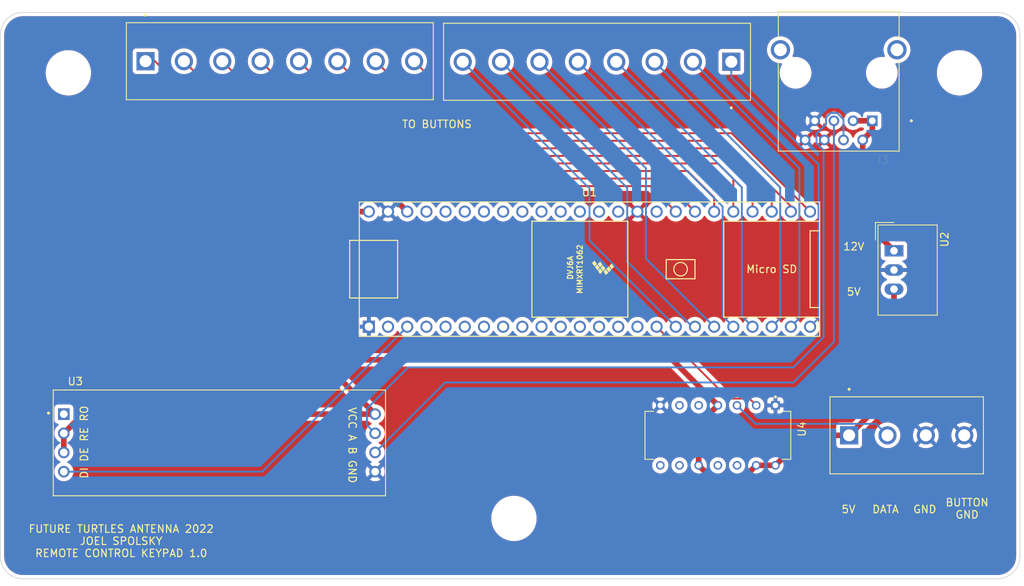
<source format=kicad_pcb>
(kicad_pcb (version 20211014) (generator pcbnew)
  (layers (0 "F.Cu" signal) (31 "B.Cu" signal) (34 "B.Paste" user) (35 "F.Paste" user) (36 "B.SilkS" user "B.Silkscreen") (37 "F.SilkS" user "F.Silkscreen") (38 "B.Mask" user) (39 "F.Mask" user) (44 "Edge.Cuts" user))
  (net 0 "")
  (net 1 "Net-(J1-Pad1)")
  (net 2 "Net-(J1-Pad2)")
  (net 3 "Net-(J1-Pad3)")
  (net 4 "Net-(J1-Pad4)")
  (net 5 "Net-(J1-Pad5)")
  (net 6 "Net-(J1-Pad6)")
  (net 7 "Net-(J1-Pad7)")
  (net 8 "Net-(J1-Pad8)")
  (net 9 "Net-(J2-Pad1)")
  (net 10 "Net-(J2-Pad2)")
  (net 11 "Net-(J2-Pad3)")
  (net 12 "Net-(J2-Pad4)")
  (net 13 "Net-(J2-Pad5)")
  (net 14 "Net-(J2-Pad6)")
  (net 15 "Net-(J2-Pad7)")
  (net 16 "Net-(J2-Pad8)")
  (net 17 "GND")
  (net 18 "+12V")
  (net 19 "Net-(J3-Pad5)")
  (net 20 "Net-(J3-Pad4)")
  (net 21 "+5V")
  (net 22 "/NEO5V")
  (net 23 "/NEO33")
  (net 37 "/TX")
  (net 50 "+3V3")
  (footprint "Joels KiCad Footprint Library:SN74AHCT125N" (layer "F.Cu") (at 135 86 -90)
    (fp_text reference "U4" (at -0.825 -11.135 90) (layer "F.SilkS"))
    (fp_text value "SN74AHCT125")
    (fp_line (start 3.175 9.6525) (end -3.175 9.6525) (layer "F.SilkS") (width 0.127))
    (fp_line (start 3.175 -9.6525) (end 3.175 -8.51) (layer "F.SilkS") (width 0.127))
    (fp_line (start -3.175 -9.6525) (end 3.175 -9.6525) (layer "F.SilkS") (width 0.127))
    (fp_line (start 3.175 8.51) (end 3.175 9.6525) (layer "F.SilkS") (width 0.127))
    (fp_line (start -3.175 -8.51) (end -3.175 -9.6525) (layer "F.SilkS") (width 0.127))
    (fp_line (start -3.175 9.6525) (end -3.175 8.51) (layer "F.SilkS") (width 0.127))
    (fp_circle (center -5.1 -7.62) (end -5 -7.62) (layer "F.SilkS") (width 0.2) (fill none))
    (pad "1" thru_hole rect (at -3.97 -7.62 270) (size 1.14 1.14) (drill 0.74) (layers *.Cu *.Mask) (net 17 "GND"))
    (pad "2" thru_hole circle (at -3.97 -5.08 270) (size 1.14 1.14) (drill 0.74) (layers *.Cu *.Mask) (net 23 "/NEO33"))
    (pad "3" thru_hole circle (at -3.97 -2.54 270) (size 1.14 1.14) (drill 0.74) (layers *.Cu *.Mask) (net 22 "/NEO5V"))
    (pad "4" thru_hole circle (at -3.97 0 270) (size 1.14 1.14) (drill 0.74) (layers *.Cu *.Mask) (net 21 "+5V"))
    (pad "5" thru_hole circle (at -3.97 2.54 270) (size 1.14 1.14) (drill 0.74) (layers *.Cu *.Mask))
    (pad "6" thru_hole circle (at -3.97 5.08 270) (size 1.14 1.14) (drill 0.74) (layers *.Cu *.Mask))
    (pad "7" thru_hole circle (at -3.97 7.62 270) (size 1.14 1.14) (drill 0.74) (layers *.Cu *.Mask) (net 17 "GND"))
    (pad "8" thru_hole circle (at 3.97 7.62 270) (size 1.14 1.14) (drill 0.74) (layers *.Cu *.Mask))
    (pad "9" thru_hole circle (at 3.97 5.08 270) (size 1.14 1.14) (drill 0.74) (layers *.Cu *.Mask))
    (pad "10" thru_hole circle (at 3.97 2.54 270) (size 1.14 1.14) (drill 0.74) (layers *.Cu *.Mask) (net 21 "+5V"))
    (pad "11" thru_hole circle (at 3.97 0 270) (size 1.14 1.14) (drill 0.74) (layers *.Cu *.Mask))
    (pad "12" thru_hole circle (at 3.97 -2.54 270) (size 1.14 1.14) (drill 0.74) (layers *.Cu *.Mask))
    (pad "13" thru_hole circle (at 3.97 -5.08 270) (size 1.14 1.14) (drill 0.74) (layers *.Cu *.Mask) (net 21 "+5V"))
    (pad "14" thru_hole circle (at 3.97 -7.62 270) (size 1.14 1.14) (drill 0.74) (layers *.Cu *.Mask) (net 21 "+5V"))
  )
  (footprint "Converter_DCDC:Converter_DCDC_TRACO_TSR-1_THT" (layer "F.Cu") (at 158.3175 61.5675 -90)
    (fp_text reference "U2" (at -1.5 -6.71 90) (layer "F.SilkS"))
    (fp_text value "TSR_1-2450")
    (fp_line (start -3.75 0) (end -3.75 2.45) (layer "F.SilkS") (width 0.12))
    (fp_line (start -3.42 2.12) (end -3.42 -5.73) (layer "F.SilkS") (width 0.12))
    (fp_line (start -3.42 -5.73) (end 8.52 -5.73) (layer "F.SilkS") (width 0.12))
    (fp_line (start -3.75 2.45) (end -1.42 2.45) (layer "F.SilkS") (width 0.12))
    (fp_line (start 8.52 2.12) (end -3.42 2.12) (layer "F.SilkS") (width 0.12))
    (fp_line (start 8.52 -5.73) (end 8.52 2.12) (layer "F.SilkS") (width 0.12))
    (pad "1" thru_hole rect (at 0 0 270) (size 1.5 2.5) (drill 1) (layers *.Cu *.Mask) (net 18 "+12V"))
    (pad "2" thru_hole oval (at 2.54 0 270) (size 1.5 2.5) (drill 1) (layers *.Cu *.Mask) (net 17 "GND"))
    (pad "3" thru_hole oval (at 5.08 0 270) (size 1.5 2.5) (drill 1) (layers *.Cu *.Mask) (net 21 "+5V"))
  )
  (footprint "MountingHole:MountingHole_5mm" (layer "F.Cu") (at 108 97)
    (fp_text reference "H2" hide)
    (fp_text value "MountingHole")
    (pad "" np_thru_hole circle (at 0 0) (size 5 5) (drill 5) (layers *.Cu *.Mask))
  )
  (footprint "MountingHole:MountingHole_5mm" (layer "F.Cu") (at 167 38)
    (fp_text reference "H3" hide)
    (fp_text value "MountingHole")
    (pad "" np_thru_hole circle (at 0 0) (size 5 5) (drill 5) (layers *.Cu *.Mask))
  )
  (footprint "Joels KiCad Footprint Library:CUI_term_block_8_TB004-508-08BE" (layer "F.Cu") (at 59.22 36.4625)
    (fp_text reference "J2" hide)
    (fp_text value "Conn")
    (fp_line (start 38.1 5.1) (end -2.54 5.1) (layer "F.SilkS") (width 0.127))
    (fp_line (start 38.1 -5.1) (end 38.1 5.1) (layer "F.SilkS") (width 0.127))
    (fp_line (start -2.54 -5.1) (end 38.1 -5.1) (layer "F.SilkS") (width 0.127))
    (fp_line (start -2.54 5.1) (end -2.54 -5.1) (layer "F.SilkS") (width 0.127))
    (fp_circle (center 0 -6.1) (end 0.1 -6.1) (layer "F.SilkS") (width 0.2) (fill none))
    (pad "1" thru_hole rect (at 0 0) (size 2.4 2.4) (drill 1.6) (layers *.Cu *.Mask) (net 9 "Net-(J2-Pad1)"))
    (pad "2" thru_hole circle (at 5.08 0) (size 2.4 2.4) (drill 1.6) (layers *.Cu *.Mask) (net 10 "Net-(J2-Pad2)"))
    (pad "3" thru_hole circle (at 10.16 0) (size 2.4 2.4) (drill 1.6) (layers *.Cu *.Mask) (net 11 "Net-(J2-Pad3)"))
    (pad "4" thru_hole circle (at 15.24 0) (size 2.4 2.4) (drill 1.6) (layers *.Cu *.Mask) (net 12 "Net-(J2-Pad4)"))
    (pad "5" thru_hole circle (at 20.32 0) (size 2.4 2.4) (drill 1.6) (layers *.Cu *.Mask) (net 13 "Net-(J2-Pad5)"))
    (pad "6" thru_hole circle (at 25.4 0) (size 2.4 2.4) (drill 1.6) (layers *.Cu *.Mask) (net 14 "Net-(J2-Pad6)"))
    (pad "7" thru_hole circle (at 30.48 0) (size 2.4 2.4) (drill 1.6) (layers *.Cu *.Mask) (net 15 "Net-(J2-Pad7)"))
    (pad "8" thru_hole circle (at 35.56 0) (size 2.4 2.4) (drill 1.6) (layers *.Cu *.Mask) (net 16 "Net-(J2-Pad8)"))
  )
  (footprint "Joels KiCad Footprint Library:Teensy41_Minimal" (layer "F.Cu") (at 118 64)
    (fp_text reference "U1" (at 0 -10.16) (layer "F.SilkS"))
    (fp_text value "Teensy4.1_Minimal")
    (fp_text user "Micro SD" (at 24.13 0) (layer "F.SilkS"))
    (fp_text user "DVJ6A" (at -2.54 -0.18 -90) (layer "F.SilkS") (effects (font (size 0.7 0.7))))
    (fp_text user "MIMXRT1062" (at -1.27 0 -90) (layer "F.SilkS") (effects (font (size 0.7 0.7))))
    (fp_line (start -7.62 -6.35) (end -7.62 6.35) (layer "F.SilkS") (width 0.15))
    (fp_line (start 30.48 -6.35) (end 17.78 -6.35) (layer "F.SilkS") (width 0.15))
    (fp_line (start -30.48 8.89) (end -30.48 -8.89) (layer "F.SilkS") (width 0.15))
    (fp_line (start 13.97 -1.27) (end 13.97 1.27) (layer "F.SilkS") (width 0.15))
    (fp_line (start -30.48 -8.89) (end 30.48 -8.89) (layer "F.SilkS") (width 0.15))
    (fp_line (start -30.48 3.81) (end -31.75 3.81) (layer "F.SilkS") (width 0.15))
    (fp_line (start -25.4 3.81) (end -30.48 3.81) (layer "F.SilkS") (width 0.15))
    (fp_line (start 29.21 5.08) (end 30.48 5.08) (layer "F.SilkS") (width 0.15))
    (fp_line (start -7.62 6.35) (end 5.08 6.35) (layer "F.SilkS") (width 0.15))
    (fp_line (start 30.48 -8.89) (end 30.48 8.89) (layer "F.SilkS") (width 0.15))
    (fp_line (start 13.97 1.27) (end 10.16 1.27) (layer "F.SilkS") (width 0.15))
    (fp_line (start 30.48 8.89) (end -30.48 8.89) (layer "F.SilkS") (width 0.15))
    (fp_line (start -31.75 -3.81) (end -30.48 -3.81) (layer "F.SilkS") (width 0.15))
    (fp_line (start 30.48 -5.08) (end 29.21 -5.08) (layer "F.SilkS") (width 0.15))
    (fp_line (start 5.08 -6.35) (end -7.62 -6.35) (layer "F.SilkS") (width 0.15))
    (fp_line (start -25.4 -3.81) (end -30.48 -3.81) (layer "F.SilkS") (width 0.15))
    (fp_line (start -25.4 3.81) (end -25.4 -3.81) (layer "F.SilkS") (width 0.15))
    (fp_line (start 29.21 -5.08) (end 29.21 5.08) (layer "F.SilkS") (width 0.15))
    (fp_line (start 10.16 1.27) (end 10.16 -1.27) (layer "F.SilkS") (width 0.15))
    (fp_line (start 10.16 -1.27) (end 13.97 -1.27) (layer "F.SilkS") (width 0.15))
    (fp_line (start 17.78 6.35) (end 30.48 6.35) (layer "F.SilkS") (width 0.15))
    (fp_line (start -31.75 3.81) (end -31.75 -3.81) (layer "F.SilkS") (width 0.15))
    (fp_line (start 5.08 6.35) (end 5.08 -6.35) (layer "F.SilkS") (width 0.15))
    (fp_line (start 17.78 -6.35) (end 17.78 6.35) (layer "F.SilkS") (width 0.15))
    (fp_circle (center 12.065 0) (end 12.7 -0.635) (layer "F.SilkS") (width 0.15) (fill none))
    (fp_poly (pts (xy 2.435 0.455) (xy 2.181 0.709) (xy 1.927 0.328) (xy 2.181 0.074)) (layer "F.SilkS") (width 0.1) (fill solid))
    (fp_poly (pts (xy 1.673 -0.561) (xy 1.419 -0.307) (xy 1.165 -0.688) (xy 1.419 -0.942)) (layer "F.SilkS") (width 0.1) (fill solid))
    (fp_poly (pts (xy 0.911 -0.688) (xy 0.657 -0.434) (xy 0.403 -0.815) (xy 0.657 -1.069)) (layer "F.SilkS") (width 0.1) (fill solid))
    (fp_poly (pts (xy 1.673 0.328) (xy 1.419 0.582) (xy 1.165 0.201) (xy 1.419 -0.053)) (layer "F.SilkS") (width 0.1) (fill solid))
    (fp_poly (pts (xy 2.054 -0.053) (xy 1.8 0.201) (xy 1.546 -0.18) (xy 1.8 -0.434)) (layer "F.SilkS") (width 0.1) (fill solid))
    (fp_poly (pts (xy 2.816 0.074) (xy 2.562 0.328) (xy 2.308 -0.053) (xy 2.562 -0.307)) (layer "F.SilkS") (width 0.1) (fill solid))
    (fp_poly (pts (xy 1.292 -0.18) (xy 1.038 0.074) (xy 0.784 -0.307) (xy 1.038 -0.561)) (layer "F.SilkS") (width 0.1) (fill solid))
    (fp_poly (pts (xy 3.197 -0.307) (xy 2.943 -0.053) (xy 2.689 -0.434) (xy 2.943 -0.688)) (layer "F.SilkS") (width 0.1) (fill solid))
    (pad "1" thru_hole rect locked (at -29.21 7.62) (size 1.6 1.6) (drill 1.1) (layers *.Cu *.Mask) (net 17 "GND"))
    (pad "2" thru_hole circle locked (at -26.67 7.62) (size 1.6 1.6) (drill 1.1) (layers *.Cu *.Mask))
    (pad "3" thru_hole circle locked (at -24.13 7.62) (size 1.6 1.6) (drill 1.1) (layers *.Cu *.Mask) (net 37 "/TX"))
    (pad "4" thru_hole circle locked (at -21.59 7.62) (size 1.6 1.6) (drill 1.1) (layers *.Cu *.Mask))
    (pad "5" thru_hole circle locked (at -19.05 7.62) (size 1.6 1.6) (drill 1.1) (layers *.Cu *.Mask))
    (pad "6" thru_hole circle locked (at -16.51 7.62) (size 1.6 1.6) (drill 1.1) (layers *.Cu *.Mask))
    (pad "7" thru_hole circle locked (at -13.97 7.62) (size 1.6 1.6) (drill 1.1) (layers *.Cu *.Mask))
    (pad "8" thru_hole circle locked (at -11.43 7.62) (size 1.6 1.6) (drill 1.1) (layers *.Cu *.Mask))
    (pad "9" thru_hole circle locked (at -8.89 7.62) (size 1.6 1.6) (drill 1.1) (layers *.Cu *.Mask))
    (pad "10" thru_hole circle locked (at -6.35 7.62) (size 1.6 1.6) (drill 1.1) (layers *.Cu *.Mask))
    (pad "11" thru_hole circle locked (at -3.81 7.62) (size 1.6 1.6) (drill 1.1) (layers *.Cu *.Mask))
    (pad "12" thru_hole circle locked (at -1.27 7.62) (size 1.6 1.6) (drill 1.1) (layers *.Cu *.Mask))
    (pad "13" thru_hole circle locked (at 1.27 7.62) (size 1.6 1.6) (drill 1.1) (layers *.Cu *.Mask))
    (pad "14" thru_hole circle locked (at 3.81 7.62) (size 1.6 1.6) (drill 1.1) (layers *.Cu *.Mask))
    (pad "15" thru_hole circle locked (at 6.35 7.62) (size 1.6 1.6) (drill 1.1) (layers *.Cu *.Mask))
    (pad "16" thru_hole circle locked (at 8.89 7.62) (size 1.6 1.6) (drill 1.1) (layers *.Cu *.Mask) (net 23 "/NEO33"))
    (pad "17" thru_hole circle locked (at 11.43 7.62) (size 1.6 1.6) (drill 1.1) (layers *.Cu *.Mask) (net 8 "Net-(J1-Pad8)"))
    (pad "18" thru_hole circle locked (at 13.97 7.62) (size 1.6 1.6) (drill 1.1) (layers *.Cu *.Mask) (net 7 "Net-(J1-Pad7)"))
    (pad "19" thru_hole circle locked (at 16.51 7.62) (size 1.6 1.6) (drill 1.1) (layers *.Cu *.Mask) (net 6 "Net-(J1-Pad6)"))
    (pad "20" thru_hole circle locked (at 19.05 7.62) (size 1.6 1.6) (drill 1.1) (layers *.Cu *.Mask) (net 5 "Net-(J1-Pad5)"))
    (pad "21" thru_hole circle locked (at 21.59 7.62) (size 1.6 1.6) (drill 1.1) (layers *.Cu *.Mask) (net 4 "Net-(J1-Pad4)"))
    (pad "22" thru_hole circle locked (at 24.13 7.62) (size 1.6 1.6) (drill 1.1) (layers *.Cu *.Mask) (net 3 "Net-(J1-Pad3)"))
    (pad "23" thru_hole circle locked (at 26.67 7.62) (size 1.6 1.6) (drill 1.1) (layers *.Cu *.Mask) (net 2 "Net-(J1-Pad2)"))
    (pad "24" thru_hole circle locked (at 29.21 7.62) (size 1.6 1.6) (drill 1.1) (layers *.Cu *.Mask) (net 1 "Net-(J1-Pad1)"))
    (pad "25" thru_hole circle locked (at 29.21 -7.62) (size 1.6 1.6) (drill 1.1) (layers *.Cu *.Mask) (net 16 "Net-(J2-Pad8)"))
    (pad "26" thru_hole circle locked (at 26.67 -7.62) (size 1.6 1.6) (drill 1.1) (layers *.Cu *.Mask) (net 15 "Net-(J2-Pad7)"))
    (pad "27" thru_hole circle locked (at 24.13 -7.62) (size 1.6 1.6) (drill 1.1) (layers *.Cu *.Mask) (net 14 "Net-(J2-Pad6)"))
    (pad "28" thru_hole circle locked (at 21.59 -7.62) (size 1.6 1.6) (drill 1.1) (layers *.Cu *.Mask) (net 13 "Net-(J2-Pad5)"))
    (pad "29" thru_hole circle locked (at 19.05 -7.62) (size 1.6 1.6) (drill 1.1) (layers *.Cu *.Mask) (net 12 "Net-(J2-Pad4)"))
    (pad "30" thru_hole circle locked (at 16.51 -7.62) (size 1.6 1.6) (drill 1.1) (layers *.Cu *.Mask) (net 11 "Net-(J2-Pad3)"))
    (pad "31" thru_hole circle locked (at 13.97 -7.62) (size 1.6 1.6) (drill 1.1) (layers *.Cu *.Mask) (net 10 "Net-(J2-Pad2)"))
    (pad "32" thru_hole circle locked (at 11.43 -7.62) (size 1.6 1.6) (drill 1.1) (layers *.Cu *.Mask) (net 9 "Net-(J2-Pad1)"))
    (pad "33" thru_hole circle locked (at 8.89 -7.62) (size 1.6 1.6) (drill 1.1) (layers *.Cu *.Mask))
    (pad "34" thru_hole circle locked (at 6.35 -7.62) (size 1.6 1.6) (drill 1.1) (layers *.Cu *.Mask) (net 17 "GND"))
    (pad "35" thru_hole circle locked (at 3.81 -7.62) (size 1.6 1.6) (drill 1.1) (layers *.Cu *.Mask))
    (pad "36" thru_hole circle locked (at 1.27 -7.62) (size 1.6 1.6) (drill 1.1) (layers *.Cu *.Mask))
    (pad "37" thru_hole circle locked (at -1.27 -7.62) (size 1.6 1.6) (drill 1.1) (layers *.Cu *.Mask))
    (pad "38" thru_hole circle locked (at -3.81 -7.62) (size 1.6 1.6) (drill 1.1) (layers *.Cu *.Mask))
    (pad "39" thru_hole circle locked (at -6.35 -7.62) (size 1.6 1.6) (drill 1.1) (layers *.Cu *.Mask))
    (pad "40" thru_hole circle locked (at -8.89 -7.62) (size 1.6 1.6) (drill 1.1) (layers *.Cu *.Mask))
    (pad "41" thru_hole circle locked (at -11.43 -7.62) (size 1.6 1.6) (drill 1.1) (layers *.Cu *.Mask))
    (pad "42" thru_hole circle locked (at -13.97 -7.62) (size 1.6 1.6) (drill 1.1) (layers *.Cu *.Mask))
    (pad "43" thru_hole circle locked (at -16.51 -7.62) (size 1.6 1.6) (drill 1.1) (layers *.Cu *.Mask))
    (pad "44" thru_hole circle locked (at -19.05 -7.62) (size 1.6 1.6) (drill 1.1) (layers *.Cu *.Mask))
    (pad "45" thru_hole circle locked (at -21.59 -7.62) (size 1.6 1.6) (drill 1.1) (layers *.Cu *.Mask))
    (pad "46" thru_hole circle locked (at -24.13 -7.62) (size 1.6 1.6) (drill 1.1) (layers *.Cu *.Mask) (net 50 "+3V3"))
    (pad "47" thru_hole circle locked (at -26.67 -7.62) (size 1.6 1.6) (drill 1.1) (layers *.Cu *.Mask) (net 17 "GND"))
    (pad "48" thru_hole circle locked (at -29.21 -7.62) (size 1.6 1.6) (drill 1.1) (layers *.Cu *.Mask) (net 21 "+5V"))
  )
  (footprint "Joels KiCad Footprint Library:RJ45-ASSMANN_A-2004-1-4-LP-N-R" (layer "F.Cu") (at 151 38 180)
    (fp_text reference "J3" (at -5.78656 -11.5496) (layer "F.SilkS") (effects (font (thickness 0.015))))
    (fp_text value "RJ45")
    (fp_line (start 8 4.62) (end 8 8.13) (layer "F.SilkS") (width 0.127))
    (fp_line (start -8 -10.37) (end 8 -10.37) (layer "F.SilkS") (width 0.127))
    (fp_line (start 8 -10.37) (end 8 1.48) (layer "F.SilkS") (width 0.127))
    (fp_line (start -8 1.48) (end -8 -10.37) (layer "F.SilkS") (width 0.127))
    (fp_line (start -8 8.13) (end -8 4.62) (layer "F.SilkS") (width 0.127))
    (fp_line (start 8 8.13) (end -8 8.13) (layer "F.SilkS") (width 0.127))
    (fp_circle (center -9.62 -6.35) (end -9.52 -6.35) (layer "F.SilkS") (width 0.2) (fill none))
    (pad "" np_thru_hole circle locked (at 5.715 0 180) (size 3.2 3.2) (drill 3.2) (layers *.Cu *.Mask))
    (pad "" np_thru_hole circle locked (at -5.715 0 180) (size 3.2 3.2) (drill 3.2) (layers *.Cu *.Mask))
    (pad "1" thru_hole rect locked (at -4.445 -6.35 180) (size 1.408 1.408) (drill 0.9) (layers *.Cu *.Mask) (net 18 "+12V"))
    (pad "2" thru_hole circle locked (at -3.175 -8.89 180) (size 1.408 1.408) (drill 0.9) (layers *.Cu *.Mask) (net 18 "+12V"))
    (pad "3" thru_hole circle locked (at -1.905 -6.35 180) (size 1.408 1.408) (drill 0.9) (layers *.Cu *.Mask) (net 18 "+12V"))
    (pad "4" thru_hole circle locked (at -0.635 -8.89 180) (size 1.408 1.408) (drill 0.9) (layers *.Cu *.Mask) (net 20 "Net-(J3-Pad4)"))
    (pad "5" thru_hole circle locked (at 0.635 -6.35 180) (size 1.408 1.408) (drill 0.9) (layers *.Cu *.Mask) (net 19 "Net-(J3-Pad5)"))
    (pad "6" thru_hole circle locked (at 1.905 -8.89 180) (size 1.408 1.408) (drill 0.9) (layers *.Cu *.Mask) (net 17 "GND"))
    (pad "7" thru_hole circle locked (at 3.175 -6.35 180) (size 1.408 1.408) (drill 0.9) (layers *.Cu *.Mask) (net 17 "GND"))
    (pad "8" thru_hole circle locked (at 4.445 -8.89 180) (size 1.408 1.408) (drill 0.9) (layers *.Cu *.Mask) (net 17 "GND"))
    (pad "S1" thru_hole circle locked (at -7.715 3.05 180) (size 2.55 2.55) (drill 1.7) (layers *.Cu *.Mask))
    (pad "S2" thru_hole circle locked (at 7.715 3.05 180) (size 2.55 2.55) (drill 1.7) (layers *.Cu *.Mask))
  )
  (footprint "Joels KiCad Footprint Library:CUI_term_block_8_TB004-508-08BE" (layer "F.Cu") (at 136.78 36.5375 180)
    (fp_text reference "J1" hide)
    (fp_text value "Conn")
    (fp_line (start -2.54 5.1) (end -2.54 -5.1) (layer "F.SilkS") (width 0.127))
    (fp_line (start 38.1 5.1) (end -2.54 5.1) (layer "F.SilkS") (width 0.127))
    (fp_line (start -2.54 -5.1) (end 38.1 -5.1) (layer "F.SilkS") (width 0.127))
    (fp_line (start 38.1 -5.1) (end 38.1 5.1) (layer "F.SilkS") (width 0.127))
    (fp_circle (center 0 -6.1) (end 0.1 -6.1) (layer "F.SilkS") (width 0.2) (fill none))
    (pad "1" thru_hole rect (at 0 0 180) (size 2.4 2.4) (drill 1.6) (layers *.Cu *.Mask) (net 1 "Net-(J1-Pad1)"))
    (pad "2" thru_hole circle (at 5.08 0 180) (size 2.4 2.4) (drill 1.6) (layers *.Cu *.Mask) (net 2 "Net-(J1-Pad2)"))
    (pad "3" thru_hole circle (at 10.16 0 180) (size 2.4 2.4) (drill 1.6) (layers *.Cu *.Mask) (net 3 "Net-(J1-Pad3)"))
    (pad "4" thru_hole circle (at 15.24 0 180) (size 2.4 2.4) (drill 1.6) (layers *.Cu *.Mask) (net 4 "Net-(J1-Pad4)"))
    (pad "5" thru_hole circle (at 20.32 0 180) (size 2.4 2.4) (drill 1.6) (layers *.Cu *.Mask) (net 5 "Net-(J1-Pad5)"))
    (pad "6" thru_hole circle (at 25.4 0 180) (size 2.4 2.4) (drill 1.6) (layers *.Cu *.Mask) (net 6 "Net-(J1-Pad6)"))
    (pad "7" thru_hole circle (at 30.48 0 180) (size 2.4 2.4) (drill 1.6) (layers *.Cu *.Mask) (net 7 "Net-(J1-Pad7)"))
    (pad "8" thru_hole circle (at 35.56 0 180) (size 2.4 2.4) (drill 1.6) (layers *.Cu *.Mask) (net 8 "Net-(J1-Pad8)"))
  )
  (footprint "Joels KiCad Footprint Library:CUI_term_block_4_CUI_TB004-508-04BE" (layer "F.Cu") (at 152.38 86)
    (fp_text reference "J4" hide)
    (fp_text value "Conn_01x04_Female")
    (fp_line (start 17.78 -5.1) (end 17.78 5.1) (layer "F.SilkS") (width 0.127))
    (fp_line (start -2.54 -5.1) (end 17.78 -5.1) (layer "F.SilkS") (width 0.127))
    (fp_line (start 17.78 5.1) (end -2.54 5.1) (layer "F.SilkS") (width 0.127))
    (fp_line (start -2.54 5.1) (end -2.54 -5.1) (layer "F.SilkS") (width 0.127))
    (fp_circle (center 0 -6.1) (end 0.1 -6.1) (layer "F.SilkS") (width 0.2) (fill none))
    (pad "1" thru_hole rect (at 0 0) (size 2.4 2.4) (drill 1.6) (layers *.Cu *.Mask) (net 21 "+5V"))
    (pad "2" thru_hole circle (at 5.08 0) (size 2.4 2.4) (drill 1.6) (layers *.Cu *.Mask) (net 22 "/NEO5V"))
    (pad "3" thru_hole circle (at 10.16 0) (size 2.4 2.4) (drill 1.6) (layers *.Cu *.Mask) (net 17 "GND"))
    (pad "4" thru_hole circle (at 15.24 0) (size 2.4 2.4) (drill 1.6) (layers *.Cu *.Mask) (net 17 "GND"))
  )
  (footprint "MountingHole:MountingHole_5mm" (layer "F.Cu") (at 49 38)
    (fp_text reference "H1" hide)
    (fp_text value "MountingHole")
    (pad "" np_thru_hole circle (at 0 0) (size 5 5) (drill 5) (layers *.Cu *.Mask))
  )
  (footprint "Joels KiCad Footprint Library:Max485-Module" (layer "F.Cu") (at 69 87)
    (fp_text reference "U3" (at -19.075 -8.135) (layer "F.SilkS"))
    (fp_text value "MAX485E")
    (fp_line (start 22 -7) (end 22 7) (layer "F.SilkS") (width 0.127))
    (fp_line (start -22 -7) (end 22 -7) (layer "F.SilkS") (width 0.127))
    (fp_line (start 22 7) (end -22 7) (layer "F.SilkS") (width 0.127))
    (fp_line (start -22 7) (end -22 -7) (layer "F.SilkS") (width 0.127))
    (fp_circle (center -22.632 -3.94) (end -22.532 -3.94) (layer "F.SilkS") (width 0.2) (fill none))
    (pad "1" thru_hole rect (at -20.6 -3.81) (size 1.53 1.53) (drill 1.02) (layers *.Cu *.Mask))
    (pad "2" thru_hole circle (at -20.6 -1.27) (size 1.53 1.53) (drill 1.02) (layers *.Cu *.Mask) (net 50 "+3V3"))
    (pad "3" thru_hole circle (at -20.6 1.27) (size 1.53 1.53) (drill 1.02) (layers *.Cu *.Mask) (net 50 "+3V3"))
    (pad "4" thru_hole circle (at -20.6 3.81) (size 1.53 1.53) (drill 1.02) (layers *.Cu *.Mask) (net 37 "/TX"))
    (pad "5" thru_hole circle (at 20.62 3.81) (size 1.53 1.53) (drill 1.02) (layers *.Cu *.Mask) (net 17 "GND"))
    (pad "6" thru_hole circle (at 20.62 1.27) (size 1.53 1.53) (drill 1.02) (layers *.Cu *.Mask) (net 19 "Net-(J3-Pad5)"))
    (pad "7" thru_hole circle (at 20.62 -1.27) (size 1.53 1.53) (drill 1.02) (layers *.Cu *.Mask) (net 20 "Net-(J3-Pad4)"))
    (pad "8" thru_hole circle (at 20.62 -3.81) (size 1.53 1.53) (drill 1.02) (layers *.Cu *.Mask) (net 50 "+3V3"))
  )
  (gr_arc (start 175 102) (mid 174.12132 104.12132) (end 172 105) (layer "Edge.Cuts") (width 0.1))
  (gr_arc (start 43 105) (mid 40.87868 104.12132) (end 40 102) (layer "Edge.Cuts") (width 0.1))
  (gr_arc (start 40 33) (mid 40.87868 30.87868) (end 43 30) (layer "Edge.Cuts") (width 0.1))
  (gr_line (start 175 33) (end 175 102) (layer "Edge.Cuts") (width 0.1))
  (gr_line (start 43 30) (end 172 30) (layer "Edge.Cuts") (width 0.1))
  (gr_arc (start 172 30) (mid 174.12132 30.87868) (end 175 33) (layer "Edge.Cuts") (width 0.1))
  (gr_line (start 40 102) (end 40 33) (layer "Edge.Cuts") (width 0.1))
  (gr_line (start 172 105) (end 43 105) (layer "Edge.Cuts") (width 0.1))
  (gr_text "VCC A B GND" (at 86.6 87.3 270) (layer "F.SilkS") (effects (font (size 1 1))))
  (gr_text "GND" (at 162.4 95.8) (layer "F.SilkS") (effects (font (size 1 1))))
  (gr_text "DATA" (at 157.2 95.8) (layer "F.SilkS") (effects (font (size 1 1))))
  (gr_text "DI DE RE RO" (at 51.1 86.9 90) (layer "F.SilkS") (effects (font (size 1 1))))
  (gr_text "FUTURE TURTLES ANTENNA 2022\nJOEL SPOLSKY\nREMOTE CONTROL KEYPAD 1.0" (at 56 100) (layer "F.SilkS") (effects (font (size 1 1))))
  (gr_text "5V" (at 152.3 95.8) (layer "F.SilkS") (effects (font (size 1 1))))
  (gr_text "12V" (at 153 61) (layer "F.SilkS") (effects (font (size 1 1))))
  (gr_text "5V" (at 153 67) (layer "F.SilkS") (effects (font (size 1 1))))
  (gr_text "TO BUTTONS" (at 97.8 44.8) (layer "F.SilkS") (effects (font (size 1 1))))
  (gr_text "BUTTON\nGND" (at 168 95.7) (layer "F.SilkS") (effects (font (size 1 1))))
  (segment (start 136.78 38.569535) (end 136.78 36.5375) (width 0.25) (layer "B.Cu") (net 1))
  (segment (start 148.334511 50.124046) (end 136.78 38.569535) (width 0.25) (layer "B.Cu") (net 1))
  (segment (start 148.334511 70.495489) (end 148.334511 50.124046) (width 0.25) (layer "B.Cu") (net 1))
  (segment (start 147.21 71.62) (end 148.334511 70.495489) (width 0.25) (layer "B.Cu") (net 1))
  (segment (start 145.794511 70.495489) (end 145.794511 50.632011) (width 0.25) (layer "B.Cu") (net 2))
  (segment (start 144.67 71.62) (end 145.794511 70.495489) (width 0.25) (layer "B.Cu") (net 2))
  (segment (start 145.794511 50.632011) (end 131.7 36.5375) (width 0.25) (layer "B.Cu") (net 2))
  (segment (start 143.254511 53.172011) (end 126.62 36.5375) (width 0.25) (layer "B.Cu") (net 3))
  (segment (start 142.13 71.62) (end 143.254511 70.495489) (width 0.25) (layer "B.Cu") (net 3))
  (segment (start 143.254511 70.495489) (end 143.254511 53.172011) (width 0.25) (layer "B.Cu") (net 3))
  (segment (start 121.54 36.5375) (end 138.174511 53.172011) (width 0.25) (layer "B.Cu") (net 4))
  (segment (start 138.174511 70.204511) (end 139.59 71.62) (width 0.25) (layer "B.Cu") (net 4))
  (segment (start 138.174511 53.172011) (end 138.174511 70.204511) (width 0.25) (layer "B.Cu") (net 4))
  (segment (start 116.46 36.5375) (end 135.634511 55.712011) (width 0.25) (layer "B.Cu") (net 5))
  (segment (start 135.634511 55.712011) (end 135.634511 70.204511) (width 0.25) (layer "B.Cu") (net 5))
  (segment (start 135.634511 70.204511) (end 137.05 71.62) (width 0.25) (layer "B.Cu") (net 5))
  (segment (start 125.474511 50.632011) (end 111.38 36.5375) (width 0.25) (layer "B.Cu") (net 6))
  (segment (start 134.51 71.62) (end 125.474511 62.584511) (width 0.25) (layer "B.Cu") (net 6))
  (segment (start 125.474511 62.584511) (end 125.474511 50.632011) (width 0.25) (layer "B.Cu") (net 6))
  (segment (start 132 71.65) (end 131.97 71.62) (width 0.25) (layer "B.Cu") (net 7))
  (segment (start 132 72) (end 132 71.65) (width 0.25) (layer "B.Cu") (net 7))
  (segment (start 123 53.2375) (end 123 63) (width 0.25) (layer "B.Cu") (net 7))
  (segment (start 106.3 36.5375) (end 123 53.2375) (width 0.25) (layer "B.Cu") (net 7))
  (segment (start 123 63) (end 132 72) (width 0.25) (layer "B.Cu") (net 7))
  (segment (start 118 60.19) (end 129.43 71.62) (width 0.25) (layer "B.Cu") (net 8))
  (segment (start 101.22 36.5375) (end 118 53.3175) (width 0.25) (layer "B.Cu") (net 8))
  (segment (start 118 53.3175) (end 118 60.19) (width 0.25) (layer "B.Cu") (net 8))
  (segment (start 77 53) (end 126.05 53) (width 0.25) (layer "F.Cu") (net 9))
  (segment (start 59.22 36.4625) (end 60.4625 36.4625) (width 0.25) (layer "F.Cu") (net 9))
  (segment (start 126.05 53) (end 129.43 56.38) (width 0.25) (layer "F.Cu") (net 9))
  (segment (start 60.4625 36.4625) (end 77 53) (width 0.25) (layer "F.Cu") (net 9))
  (segment (start 127.59 52) (end 79.8375 52) (width 0.25) (layer "F.Cu") (net 10))
  (segment (start 79.8375 52) (end 64.3 36.4625) (width 0.25) (layer "F.Cu") (net 10))
  (segment (start 131.97 56.38) (end 127.59 52) (width 0.25) (layer "F.Cu") (net 10))
  (segment (start 131 51) (end 134.51 54.51) (width 0.25) (layer "F.Cu") (net 11))
  (segment (start 69.38 36.4625) (end 83.9175 51) (width 0.25) (layer "F.Cu") (net 11))
  (segment (start 83.9175 51) (end 131 51) (width 0.25) (layer "F.Cu") (net 11))
  (segment (start 134.51 54.51) (end 134.51 56.38) (width 0.25) (layer "F.Cu") (net 11))
  (segment (start 135 50) (end 87.9975 50) (width 0.25) (layer "F.Cu") (net 12))
  (segment (start 137.05 56.38) (end 137.05 52.05) (width 0.25) (layer "F.Cu") (net 12))
  (segment (start 137.05 52.05) (end 135 50) (width 0.25) (layer "F.Cu") (net 12))
  (segment (start 87.9975 50) (end 74.46 36.4625) (width 0.25) (layer "F.Cu") (net 12))
  (segment (start 92.0775 49) (end 136 49) (width 0.25) (layer "F.Cu") (net 13))
  (segment (start 136 49) (end 139.59 52.59) (width 0.25) (layer "F.Cu") (net 13))
  (segment (start 139.59 52.59) (end 139.59 56.38) (width 0.25) (layer "F.Cu") (net 13))
  (segment (start 79.54 36.4625) (end 92.0775 49) (width 0.25) (layer "F.Cu") (net 13))
  (segment (start 96.1575 48) (end 84.62 36.4625) (width 0.25) (layer "F.Cu") (net 14))
  (segment (start 142.13 54.13) (end 136 48) (width 0.25) (layer "F.Cu") (net 14))
  (segment (start 142.13 56.38) (end 142.13 54.13) (width 0.25) (layer "F.Cu") (net 14))
  (segment (start 136 48) (end 96.1575 48) (width 0.25) (layer "F.Cu") (net 14))
  (segment (start 89.7 36.4625) (end 100.2375 47) (width 0.25) (layer "F.Cu") (net 15))
  (segment (start 100.2375 47) (end 136 47) (width 0.25) (layer "F.Cu") (net 15))
  (segment (start 144.67 55.67) (end 144.67 56.38) (width 0.25) (layer "F.Cu") (net 15))
  (segment (start 136 47) (end 144.67 55.67) (width 0.25) (layer "F.Cu") (net 15))
  (segment (start 147.21 56.38) (end 136.83 46) (width 0.25) (layer "F.Cu") (net 16))
  (segment (start 136.83 46) (end 104.3175 46) (width 0.25) (layer "F.Cu") (net 16))
  (segment (start 104.3175 46) (end 94.78 36.4625) (width 0.25) (layer "F.Cu") (net 16))
  (segment (start 154.175 46.89) (end 154.175 57.425) (width 0.75) (layer "F.Cu") (net 18))
  (segment (start 155.445 44.35) (end 155.445 45.62) (width 0.75) (layer "F.Cu") (net 18))
  (segment (start 155.445 45.62) (end 154.175 46.89) (width 0.75) (layer "F.Cu") (net 18))
  (segment (start 154.175 57.425) (end 158.3175 61.5675) (width 0.75) (layer "F.Cu") (net 18))
  (segment (start 152.905 44.35) (end 155.445 44.35) (width 0.75) (layer "F.Cu") (net 18))
  (segment (start 150.365 73.635) (end 150.365 44.35) (width 0.25) (layer "B.Cu") (net 19))
  (segment (start 89.62 88.27) (end 98.89 79) (width 0.25) (layer "B.Cu") (net 19))
  (segment (start 98.89 79) (end 145 79) (width 0.25) (layer "B.Cu") (net 19))
  (segment (start 145 79) (end 150.365 73.635) (width 0.25) (layer "B.Cu") (net 19))
  (segment (start 151.635 44.165465) (end 151.635 46.89) (width 0.25) (layer "B.Cu") (net 20))
  (segment (start 150.791024 43.321489) (end 151.635 44.165465) (width 0.25) (layer "B.Cu") (net 20))
  (segment (start 88.530489 82.469511) (end 94 77) (width 0.25) (layer "B.Cu") (net 20))
  (segment (start 88.530489 84.640489) (end 88.530489 82.469511) (width 0.25) (layer "B.Cu") (net 20))
  (segment (start 89.62 85.73) (end 88.530489 84.640489) (width 0.25) (layer "B.Cu") (net 20))
  (segment (start 149.336489 44.776024) (end 149.336489 43.923976) (width 0.25) (layer "B.Cu") (net 20))
  (segment (start 145 77) (end 149 73) (width 0.25) (layer "B.Cu") (net 20))
  (segment (start 94 77) (end 145 77) (width 0.25) (layer "B.Cu") (net 20))
  (segment (start 148.066489 47.316024) (end 148.066489 46.046024) (width 0.25) (layer "B.Cu") (net 20))
  (segment (start 149 48.249535) (end 148.066489 47.316024) (width 0.25) (layer "B.Cu") (net 20))
  (segment (start 149 73) (end 149 48.249535) (width 0.25) (layer "B.Cu") (net 20))
  (segment (start 149.938976 43.321489) (end 150.791024 43.321489) (width 0.25) (layer "B.Cu") (net 20))
  (segment (start 148.066489 46.046024) (end 149.336489 44.776024) (width 0.25) (layer "B.Cu") (net 20))
  (segment (start 149.336489 43.923976) (end 149.938976 43.321489) (width 0.25) (layer "B.Cu") (net 20))
  (segment (start 85 76) (end 83 74) (width 0.75) (layer "F.Cu") (net 21))
  (segment (start 83 60) (end 86.62 56.38) (width 0.75) (layer "F.Cu") (net 21))
  (segment (start 132.46 89.97) (end 132.46 84.57) (width 0.75) (layer "F.Cu") (net 21))
  (segment (start 128.97 76) (end 85 76) (width 0.75) (layer "F.Cu") (net 21))
  (segment (start 158.3175 80.0625) (end 152.38 86) (width 0.75) (layer "F.Cu") (net 21))
  (segment (start 83 74) (end 83 60) (width 0.75) (layer "F.Cu") (net 21))
  (segment (start 132.46 84.57) (end 135 82.03) (width 0.75) (layer "F.Cu") (net 21))
  (segment (start 138.05 92) (end 134.49 92) (width 0.75) (layer "F.Cu") (net 21))
  (segment (start 86.62 56.38) (end 88.79 56.38) (width 0.75) (layer "F.Cu") (net 21))
  (segment (start 135 82.03) (end 128.97 76) (width 0.75) (layer "F.Cu") (net 21))
  (segment (start 140.08 89.97) (end 138.05 92) (width 0.75) (layer "F.Cu") (net 21))
  (segment (start 158.3175 66.6475) (end 158.3175 80.0625) (width 0.75) (layer "F.Cu") (net 21))
  (segment (start 134.49 92) (end 132.46 89.97) (width 0.75) (layer "F.Cu") (net 21))
  (segment (start 146.59 86) (end 142.62 89.97) (width 0.75) (layer "F.Cu") (net 21))
  (segment (start 142.62 89.97) (end 140.08 89.97) (width 0.75) (layer "F.Cu") (net 21))
  (segment (start 152.38 86) (end 146.59 86) (width 0.75) (layer "F.Cu") (net 21))
  (segment (start 137.54 82.03) (end 139.985489 84.475489) (width 0.25) (layer "B.Cu") (net 22))
  (segment (start 155.935489 84.475489) (end 157.46 86) (width 0.25) (layer "B.Cu") (net 22))
  (segment (start 139.985489 84.475489) (end 155.935489 84.475489) (width 0.25) (layer "B.Cu") (net 22))
  (segment (start 136.405489 81.135489) (end 126.89 71.62) (width 0.25) (layer "F.Cu") (net 23))
  (segment (start 139.185489 81.135489) (end 136.405489 81.135489) (width 0.25) (layer "F.Cu") (net 23))
  (segment (start 140.08 82.03) (end 139.185489 81.135489) (width 0.25) (layer "F.Cu") (net 23))
  (segment (start 93.87 71.62) (end 74.68 90.81) (width 0.25) (layer "B.Cu") (net 37))
  (segment (start 74.68 90.81) (end 48.4 90.81) (width 0.25) (layer "B.Cu") (net 37))
  (segment (start 81 74.57) (end 89.62 83.19) (width 0.75) (layer "F.Cu") (net 50))
  (segment (start 91.49 54) (end 87 54) (width 0.75) (layer "F.Cu") (net 50))
  (segment (start 48.4 85.73) (end 48.4 88.27) (width 0.75) (layer "F.Cu") (net 50))
  (segment (start 89.62 83.19) (end 50.94 83.19) (width 0.75) (layer "F.Cu") (net 50))
  (segment (start 50.94 83.19) (end 48.4 85.73) (width 0.75) (layer "F.Cu") (net 50))
  (segment (start 81 60) (end 81 74.57) (width 0.75) (layer "F.Cu") (net 50))
  (segment (start 87 54) (end 81 60) (width 0.75) (layer "F.Cu") (net 50))
  (segment (start 93.87 56.38) (end 91.49 54) (width 0.75) (layer "F.Cu") (net 50))
  (zone (net 17) (net_name "GND") (layer "F.Cu") (connect_pads (clearance 0.508)) (min_thickness 0.254) (fill yes (thermal_gap 0.508) (thermal_bridge_width 0.508))
    (polygon (pts (xy 175 105) (xy 40 105) (xy 40 30) (xy 175 30)))
  )
  (zone (net 17) (net_name "GND") (layer "B.Cu") (connect_pads (clearance 0.508)) (min_thickness 0.254) (fill yes (thermal_gap 0.508) (thermal_bridge_width 0.508))
    (polygon (pts (xy 175 106) (xy 40 105) (xy 40 30) (xy 175 30)))
  )
)
</source>
